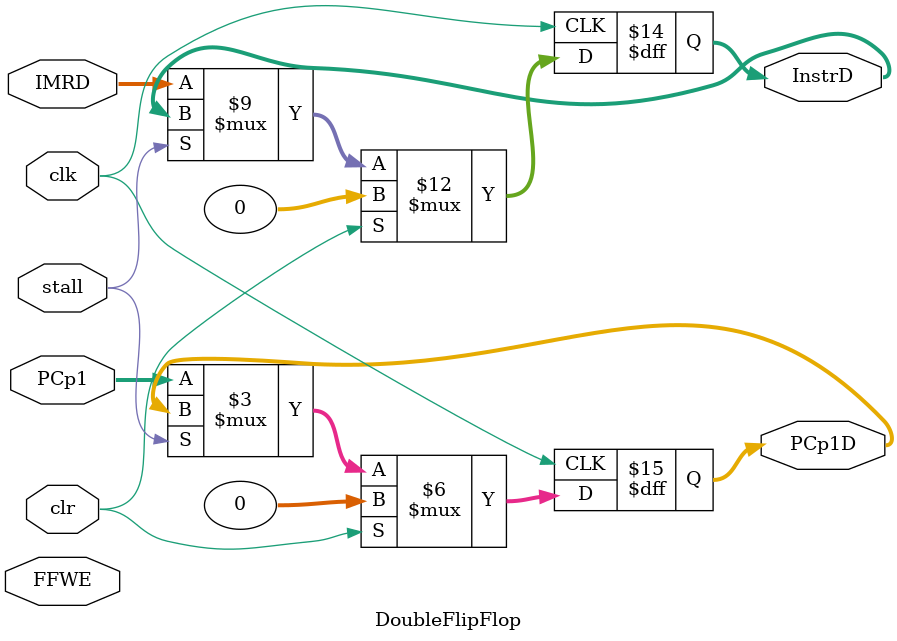
<source format=v>
`timescale 1ns / 1ps


module DoubleFlipFlop( input clk,FFWE,clr,stall, input [31:0] IMRD,PCp1,output reg[31:0] InstrD,PCp1D

    );
    always @ (posedge clk)
    begin
    if(clr) begin
    InstrD <= 0;
    PCp1D<= 0;
    end
    
    else if (stall)
    begin
    
    end
    
    else 
    begin
    InstrD<= IMRD;
    PCp1D<=PCp1;
    end
    end
endmodule

</source>
